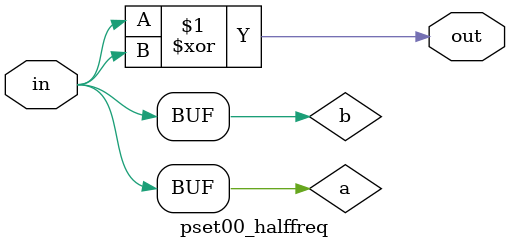
<source format=v>
/*
*   Introduction to FPGA and Verilog
*
*   Viktor Prutyanov, 2019
*
*   Problem set #00
*/

module pset00_invertor(
  input wire in,

  output wire out
);
assign out = ~in;

endmodule

module pset00_halffreq(
input wire in,

output wire out
  );
wire a;
wire b;
assign a = in;
assign #1 b = in;
assign out = a^b;

endmodule

</source>
